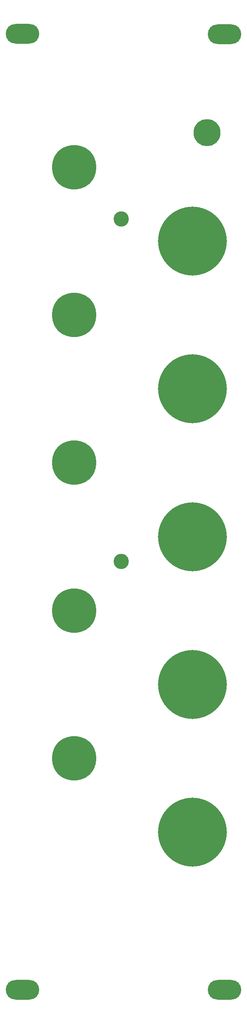
<source format=gbr>
%TF.GenerationSoftware,KiCad,Pcbnew,5.1.9-73d0e3b20d~88~ubuntu20.10.1*%
%TF.CreationDate,2021-02-22T22:34:40+01:00*%
%TF.ProjectId,vca-adsr-panel,7663612d-6164-4737-922d-70616e656c2e,rev?*%
%TF.SameCoordinates,Original*%
%TF.FileFunction,Copper,L1,Top*%
%TF.FilePolarity,Positive*%
%FSLAX46Y46*%
G04 Gerber Fmt 4.6, Leading zero omitted, Abs format (unit mm)*
G04 Created by KiCad (PCBNEW 5.1.9-73d0e3b20d~88~ubuntu20.10.1) date 2021-02-22 22:34:40*
%MOMM*%
%LPD*%
G01*
G04 APERTURE LIST*
%TA.AperFunction,ComponentPad*%
%ADD10C,5.500000*%
%TD*%
%TA.AperFunction,ComponentPad*%
%ADD11C,14.000000*%
%TD*%
%TA.AperFunction,ComponentPad*%
%ADD12C,9.000000*%
%TD*%
%TA.AperFunction,ComponentPad*%
%ADD13O,6.800000X4.000000*%
%TD*%
%TA.AperFunction,ViaPad*%
%ADD14C,3.100000*%
%TD*%
G04 APERTURE END LIST*
D10*
%TO.P,REF\u002A\u002A,1*%
%TO.N,N/C*%
X82000000Y-63000000D03*
%TD*%
D11*
%TO.P,REF\u002A\u002A,1*%
%TO.N,N/C*%
X79000000Y-205000000D03*
%TD*%
D12*
%TO.P,REF\u002A\u002A,1*%
%TO.N,N/C*%
X55000000Y-190000000D03*
%TD*%
D11*
%TO.P,REF\u002A\u002A,1*%
%TO.N,N/C*%
X79000000Y-85000000D03*
%TD*%
%TO.P,REF\u002A\u002A,1*%
%TO.N,N/C*%
X79000000Y-115000000D03*
%TD*%
D12*
%TO.P,REF\u002A\u002A,1*%
%TO.N,N/C*%
X55000000Y-160000000D03*
%TD*%
%TO.P,REF\u002A\u002A,1*%
%TO.N,N/C*%
X55000000Y-130000000D03*
%TD*%
%TO.P,REF\u002A\u002A,1*%
%TO.N,N/C*%
X55000000Y-100000000D03*
%TD*%
%TO.P,REF\u002A\u002A,1*%
%TO.N,N/C*%
X55000000Y-70000000D03*
%TD*%
D11*
%TO.P,REF\u002A\u002A,1*%
%TO.N,N/C*%
X79000000Y-145000000D03*
%TD*%
%TO.P,REF\u002A\u002A,1*%
%TO.N,N/C*%
X79000000Y-175000000D03*
%TD*%
D13*
%TO.P,REF\u002A\u002A,1*%
%TO.N,N/C*%
X85505971Y-42972494D03*
X85505971Y-236972494D03*
%TD*%
%TO.P,REF\u002A\u002A,1*%
%TO.N,N/C*%
X44486453Y-42966212D03*
X44486453Y-236966212D03*
%TD*%
D14*
%TO.N,*%
X64500000Y-150000000D03*
X64500000Y-80500000D03*
%TD*%
M02*

</source>
